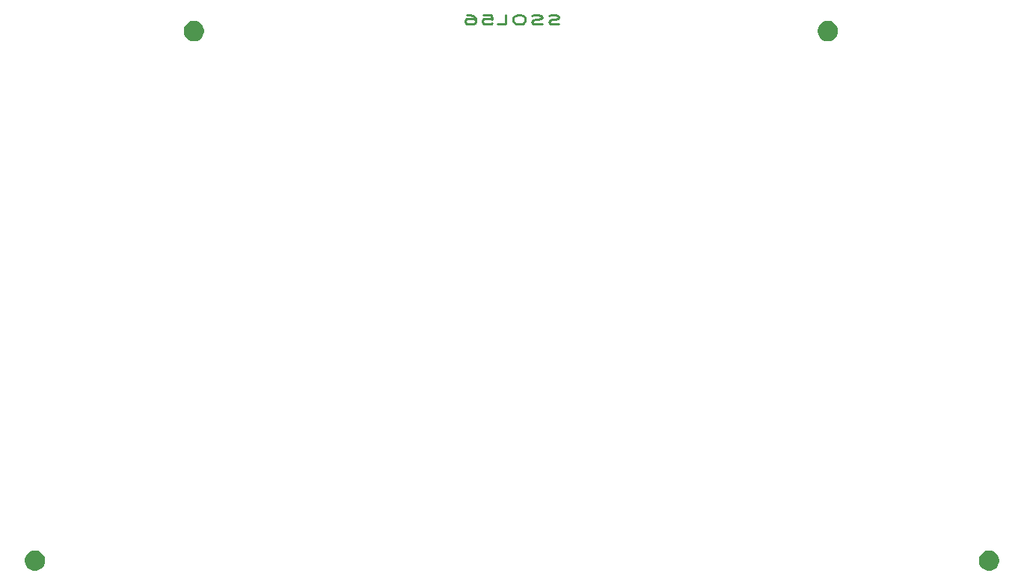
<source format=gbs>
G04 #@! TF.GenerationSoftware,KiCad,Pcbnew,(5.1.0-0)*
G04 #@! TF.CreationDate,2019-06-09T21:39:38+02:00*
G04 #@! TF.ProjectId,ssol56-pcb,73736f6c-3536-42d7-9063-622e6b696361,rev?*
G04 #@! TF.SameCoordinates,Original*
G04 #@! TF.FileFunction,Soldermask,Bot*
G04 #@! TF.FilePolarity,Negative*
%FSLAX46Y46*%
G04 Gerber Fmt 4.6, Leading zero omitted, Abs format (unit mm)*
G04 Created by KiCad (PCBNEW (5.1.0-0)) date 2019-06-09 21:39:38*
%MOMM*%
%LPD*%
G04 APERTURE LIST*
%ADD10C,0.250000*%
%ADD11C,0.100000*%
G04 APERTURE END LIST*
D10*
X218285714Y-30654761D02*
X218000000Y-30702380D01*
X217523809Y-30702380D01*
X217333333Y-30654761D01*
X217238095Y-30607142D01*
X217142857Y-30511904D01*
X217142857Y-30416666D01*
X217238095Y-30321428D01*
X217333333Y-30273809D01*
X217523809Y-30226190D01*
X217904761Y-30178571D01*
X218095238Y-30130952D01*
X218190476Y-30083333D01*
X218285714Y-29988095D01*
X218285714Y-29892857D01*
X218190476Y-29797619D01*
X218095238Y-29750000D01*
X217904761Y-29702380D01*
X217428571Y-29702380D01*
X217142857Y-29750000D01*
X216380952Y-30654761D02*
X216095238Y-30702380D01*
X215619047Y-30702380D01*
X215428571Y-30654761D01*
X215333333Y-30607142D01*
X215238095Y-30511904D01*
X215238095Y-30416666D01*
X215333333Y-30321428D01*
X215428571Y-30273809D01*
X215619047Y-30226190D01*
X216000000Y-30178571D01*
X216190476Y-30130952D01*
X216285714Y-30083333D01*
X216380952Y-29988095D01*
X216380952Y-29892857D01*
X216285714Y-29797619D01*
X216190476Y-29750000D01*
X216000000Y-29702380D01*
X215523809Y-29702380D01*
X215238095Y-29750000D01*
X214000000Y-29702380D02*
X213619047Y-29702380D01*
X213428571Y-29750000D01*
X213238095Y-29845238D01*
X213142857Y-30035714D01*
X213142857Y-30369047D01*
X213238095Y-30559523D01*
X213428571Y-30654761D01*
X213619047Y-30702380D01*
X214000000Y-30702380D01*
X214190476Y-30654761D01*
X214380952Y-30559523D01*
X214476190Y-30369047D01*
X214476190Y-30035714D01*
X214380952Y-29845238D01*
X214190476Y-29750000D01*
X214000000Y-29702380D01*
X211333333Y-30702380D02*
X212285714Y-30702380D01*
X212285714Y-29702380D01*
X209714285Y-29702380D02*
X210666666Y-29702380D01*
X210761904Y-30178571D01*
X210666666Y-30130952D01*
X210476190Y-30083333D01*
X210000000Y-30083333D01*
X209809523Y-30130952D01*
X209714285Y-30178571D01*
X209619047Y-30273809D01*
X209619047Y-30511904D01*
X209714285Y-30607142D01*
X209809523Y-30654761D01*
X210000000Y-30702380D01*
X210476190Y-30702380D01*
X210666666Y-30654761D01*
X210761904Y-30607142D01*
X207904761Y-29702380D02*
X208285714Y-29702380D01*
X208476190Y-29750000D01*
X208571428Y-29797619D01*
X208761904Y-29940476D01*
X208857142Y-30130952D01*
X208857142Y-30511904D01*
X208761904Y-30607142D01*
X208666666Y-30654761D01*
X208476190Y-30702380D01*
X208095238Y-30702380D01*
X207904761Y-30654761D01*
X207809523Y-30607142D01*
X207714285Y-30511904D01*
X207714285Y-30273809D01*
X207809523Y-30178571D01*
X207904761Y-30130952D01*
X208095238Y-30083333D01*
X208476190Y-30083333D01*
X208666666Y-30130952D01*
X208761904Y-30178571D01*
X208857142Y-30273809D01*
D11*
G36*
X267224549Y-90371116D02*
G01*
X267335734Y-90393232D01*
X267545203Y-90479997D01*
X267733720Y-90605960D01*
X267894040Y-90766280D01*
X268020003Y-90954797D01*
X268106768Y-91164266D01*
X268151000Y-91386636D01*
X268151000Y-91613364D01*
X268106768Y-91835734D01*
X268020003Y-92045203D01*
X267894040Y-92233720D01*
X267733720Y-92394040D01*
X267545203Y-92520003D01*
X267335734Y-92606768D01*
X267224549Y-92628884D01*
X267113365Y-92651000D01*
X266886635Y-92651000D01*
X266775451Y-92628884D01*
X266664266Y-92606768D01*
X266454797Y-92520003D01*
X266266280Y-92394040D01*
X266105960Y-92233720D01*
X265979997Y-92045203D01*
X265893232Y-91835734D01*
X265849000Y-91613364D01*
X265849000Y-91386636D01*
X265893232Y-91164266D01*
X265979997Y-90954797D01*
X266105960Y-90766280D01*
X266266280Y-90605960D01*
X266454797Y-90479997D01*
X266664266Y-90393232D01*
X266775451Y-90371116D01*
X266886635Y-90349000D01*
X267113365Y-90349000D01*
X267224549Y-90371116D01*
X267224549Y-90371116D01*
G37*
G36*
X159224549Y-90371116D02*
G01*
X159335734Y-90393232D01*
X159545203Y-90479997D01*
X159733720Y-90605960D01*
X159894040Y-90766280D01*
X160020003Y-90954797D01*
X160106768Y-91164266D01*
X160151000Y-91386636D01*
X160151000Y-91613364D01*
X160106768Y-91835734D01*
X160020003Y-92045203D01*
X159894040Y-92233720D01*
X159733720Y-92394040D01*
X159545203Y-92520003D01*
X159335734Y-92606768D01*
X159224549Y-92628884D01*
X159113365Y-92651000D01*
X158886635Y-92651000D01*
X158775451Y-92628884D01*
X158664266Y-92606768D01*
X158454797Y-92520003D01*
X158266280Y-92394040D01*
X158105960Y-92233720D01*
X157979997Y-92045203D01*
X157893232Y-91835734D01*
X157849000Y-91613364D01*
X157849000Y-91386636D01*
X157893232Y-91164266D01*
X157979997Y-90954797D01*
X158105960Y-90766280D01*
X158266280Y-90605960D01*
X158454797Y-90479997D01*
X158664266Y-90393232D01*
X158775451Y-90371116D01*
X158886635Y-90349000D01*
X159113365Y-90349000D01*
X159224549Y-90371116D01*
X159224549Y-90371116D01*
G37*
G36*
X248974549Y-30371116D02*
G01*
X249085734Y-30393232D01*
X249295203Y-30479997D01*
X249483720Y-30605960D01*
X249644040Y-30766280D01*
X249770003Y-30954797D01*
X249856768Y-31164266D01*
X249901000Y-31386636D01*
X249901000Y-31613364D01*
X249856768Y-31835734D01*
X249770003Y-32045203D01*
X249644040Y-32233720D01*
X249483720Y-32394040D01*
X249295203Y-32520003D01*
X249085734Y-32606768D01*
X248974549Y-32628884D01*
X248863365Y-32651000D01*
X248636635Y-32651000D01*
X248525451Y-32628884D01*
X248414266Y-32606768D01*
X248204797Y-32520003D01*
X248016280Y-32394040D01*
X247855960Y-32233720D01*
X247729997Y-32045203D01*
X247643232Y-31835734D01*
X247599000Y-31613364D01*
X247599000Y-31386636D01*
X247643232Y-31164266D01*
X247729997Y-30954797D01*
X247855960Y-30766280D01*
X248016280Y-30605960D01*
X248204797Y-30479997D01*
X248414266Y-30393232D01*
X248525451Y-30371116D01*
X248636635Y-30349000D01*
X248863365Y-30349000D01*
X248974549Y-30371116D01*
X248974549Y-30371116D01*
G37*
G36*
X177224549Y-30371116D02*
G01*
X177335734Y-30393232D01*
X177545203Y-30479997D01*
X177733720Y-30605960D01*
X177894040Y-30766280D01*
X178020003Y-30954797D01*
X178106768Y-31164266D01*
X178151000Y-31386636D01*
X178151000Y-31613364D01*
X178106768Y-31835734D01*
X178020003Y-32045203D01*
X177894040Y-32233720D01*
X177733720Y-32394040D01*
X177545203Y-32520003D01*
X177335734Y-32606768D01*
X177224549Y-32628884D01*
X177113365Y-32651000D01*
X176886635Y-32651000D01*
X176775451Y-32628884D01*
X176664266Y-32606768D01*
X176454797Y-32520003D01*
X176266280Y-32394040D01*
X176105960Y-32233720D01*
X175979997Y-32045203D01*
X175893232Y-31835734D01*
X175849000Y-31613364D01*
X175849000Y-31386636D01*
X175893232Y-31164266D01*
X175979997Y-30954797D01*
X176105960Y-30766280D01*
X176266280Y-30605960D01*
X176454797Y-30479997D01*
X176664266Y-30393232D01*
X176775451Y-30371116D01*
X176886635Y-30349000D01*
X177113365Y-30349000D01*
X177224549Y-30371116D01*
X177224549Y-30371116D01*
G37*
M02*

</source>
